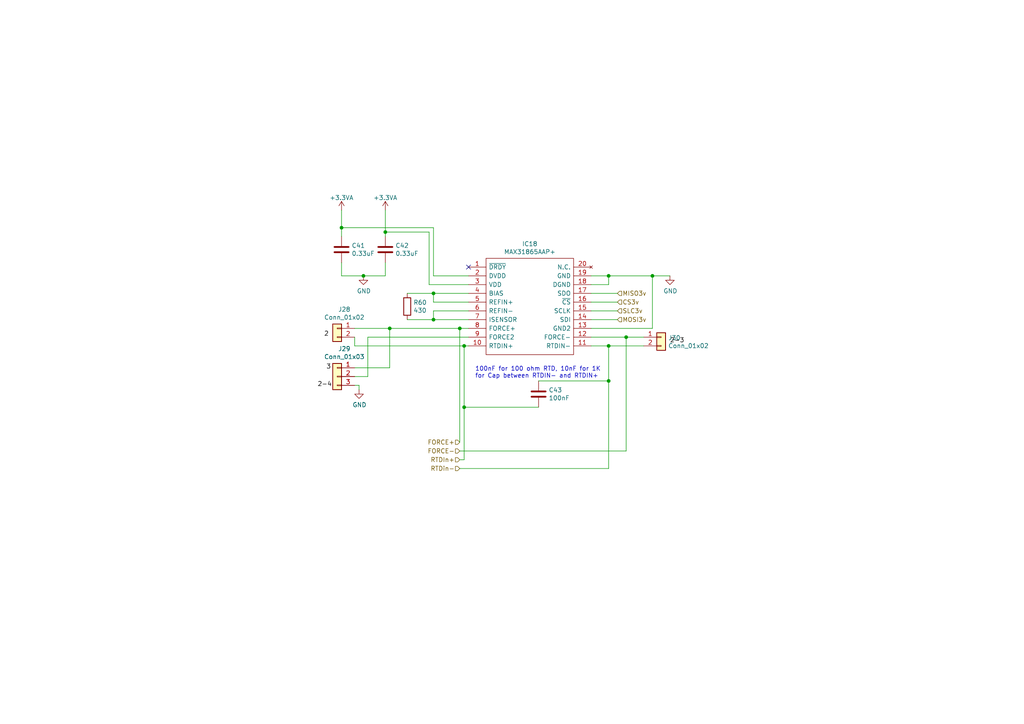
<source format=kicad_sch>
(kicad_sch (version 20211123) (generator eeschema)
  (paper "A4")
  (lib_symbols
    (symbol "Connector_Generic:Conn_01x02" (pin_names (offset 1.016) hide)
      (property "Reference" "J" (at 0 2.54 0))
      (property "Value" "Conn_01x02" (at 0 -5.08 0))
      (symbol "Conn_01x02_1_1"
        (rectangle (start -1.27 -2.413) (end 0 -2.667) (stroke (width 0.1524)))
        (rectangle (start -1.27 0.127) (end 0 -0.127) (stroke (width 0.1524)))
        (rectangle (start -1.27 1.27) (end 1.27 -3.81) (stroke (width 0.254)) (fill (type background)))
        (pin passive line (at -5.08 0 0) (length 3.81) (name "Pin_1") (number "1"))
        (pin passive line (at -5.08 -2.54 0) (length 3.81) (name "Pin_2") (number "2"))
      )
    )
    (symbol "Connector_Generic:Conn_01x03" (pin_names (offset 1.016) hide)
      (property "Reference" "J" (at 0 5.08 0))
      (property "Value" "Conn_01x03" (at 0 -5.08 0))
      (symbol "Conn_01x03_1_1"
        (rectangle (start -1.27 -2.413) (end 0 -2.667) (stroke (width 0.1524)))
        (rectangle (start -1.27 0.127) (end 0 -0.127) (stroke (width 0.1524)))
        (rectangle (start -1.27 2.667) (end 0 2.413) (stroke (width 0.1524)))
        (rectangle (start -1.27 3.81) (end 1.27 -3.81) (stroke (width 0.254)) (fill (type background)))
        (pin passive line (at -5.08 2.54 0) (length 3.81) (name "Pin_1") (number "1"))
        (pin passive line (at -5.08 0 0) (length 3.81) (name "Pin_2") (number "2"))
        (pin passive line (at -5.08 -2.54 0) (length 3.81) (name "Pin_3") (number "3"))
      )
    )
    (symbol "Device:C" (pin_numbers hide) (pin_names (offset 0.254))
      (property "Reference" "C" (at 0.635 2.54 0))
      (property "Value" "C" (at 0.635 -2.54 0))
      (symbol "C_0_1"
        (polyline (pts (xy -2.032 -0.762) (xy 2.032 -0.762)) (stroke (width 0.508)))
        (polyline (pts (xy -2.032 0.762) (xy 2.032 0.762)) (stroke (width 0.508)))
      )
      (symbol "C_1_1"
        (pin passive line (at 0 3.81 270) (length 2.794) (name "~") (number "1"))
        (pin passive line (at 0 -3.81 90) (length 2.794) (name "~") (number "2"))
      )
    )
    (symbol "Device:R" (pin_numbers hide) (pin_names (offset 0))
      (property "Reference" "R" (at 2.032 0 90))
      (property "Value" "R" (at 0 0 90))
      (symbol "R_0_1"
        (rectangle (start -1.016 -2.54) (end 1.016 2.54) (stroke (width 0.254)))
      )
      (symbol "R_1_1"
        (pin passive line (at 0 3.81 270) (length 1.27) (name "~") (number "1"))
        (pin passive line (at 0 -3.81 90) (length 1.27) (name "~") (number "2"))
      )
    )
    (symbol "SamacSys_Parts:MAX31865AAP+" (pin_names (offset 0.762))
      (property "Reference" "IC" (at 31.75 7.62 0))
      (property "Value" "SamacSys_Parts_MAX31865AAP+" (at 31.75 5.08 0))
      (symbol "MAX31865AAP+_0_0"
        (pin output line (at 0 0 0) (length 5.08) (name "~{DRDY}") (number "1"))
        (pin input line (at 0 -22.86 0) (length 5.08) (name "RTDIN+") (number "10"))
        (pin input line (at 35.56 -22.86 180) (length 5.08) (name "RTDIN-") (number "11"))
        (pin bidirectional line (at 35.56 -20.32 180) (length 5.08) (name "FORCE-") (number "12"))
        (pin power_in line (at 35.56 -17.78 180) (length 5.08) (name "GND2") (number "13"))
        (pin input line (at 35.56 -15.24 180) (length 5.08) (name "SDI") (number "14"))
        (pin input line (at 35.56 -12.7 180) (length 5.08) (name "SCLK") (number "15"))
        (pin input line (at 35.56 -10.16 180) (length 5.08) (name "~{CS}") (number "16"))
        (pin output line (at 35.56 -7.62 180) (length 5.08) (name "SDO") (number "17"))
        (pin power_in line (at 35.56 -5.08 180) (length 5.08) (name "DGND") (number "18"))
        (pin power_in line (at 35.56 -2.54 180) (length 5.08) (name "GND") (number "19"))
        (pin power_in line (at 0 -2.54 0) (length 5.08) (name "DVDD") (number "2"))
        (pin no_connect line (at 35.56 0 180) (length 5.08) (name "N.C.") (number "20"))
        (pin power_in line (at 0 -5.08 0) (length 5.08) (name "VDD") (number "3"))
        (pin output line (at 0 -7.62 0) (length 5.08) (name "BIAS") (number "4"))
        (pin input line (at 0 -10.16 0) (length 5.08) (name "REFIN+") (number "5"))
        (pin input line (at 0 -12.7 0) (length 5.08) (name "REFIN-") (number "6"))
        (pin bidirectional line (at 0 -15.24 0) (length 5.08) (name "ISENSOR") (number "7"))
        (pin bidirectional line (at 0 -17.78 0) (length 5.08) (name "FORCE+") (number "8"))
        (pin bidirectional line (at 0 -20.32 0) (length 5.08) (name "FORCE2") (number "9"))
      )
      (symbol "MAX31865AAP+_0_1"
        (polyline (pts (xy 5.08 2.54) (xy 30.48 2.54) (xy 30.48 -25.4) (xy 5.08 -25.4) (xy 5.08 2.54)) (stroke (width 0.1524)))
      )
    )
    (symbol "power:+3.3VA" (power) (pin_names (offset 0))
      (property "Value" "+3.3VA" (at 0 3.556 0))
      (symbol "+3.3VA_0_1"
        (polyline (pts (xy -0.762 1.27) (xy 0 2.54)))
        (polyline (pts (xy 0 0) (xy 0 2.54)))
        (polyline (pts (xy 0 2.54) (xy 0.762 1.27)))
      )
      (symbol "+3.3VA_1_1"
        (pin power_in line (at 0 0 90) (length 0) hide (name "+3.3VA") (number "1"))
      )
    )
    (symbol "power:GND" (power) (pin_names (offset 0))
      (property "Value" "GND" (at 0 -3.81 0))
      (symbol "GND_0_1"
        (polyline (pts (xy 0 0) (xy 0 -1.27) (xy 1.27 -1.27) (xy 0 -2.54) (xy -1.27 -1.27) (xy 0 -1.27)))
      )
      (symbol "GND_1_1"
        (pin power_in line (at 0 0 270) (length 0) hide (name "GND") (number "1"))
      )
    )
  )
  (junction (at 181.61 97.79))
  (junction (at 125.73 85.09))
  (junction (at 189.23 80.01))
  (junction (at 105.41 80.01))
  (junction (at 176.53 100.33))
  (junction (at 176.53 110.49))
  (junction (at 125.73 92.71))
  (junction (at 134.62 118.11))
  (junction (at 113.03 95.25))
  (junction (at 176.53 80.01))
  (junction (at 133.35 95.25))
  (junction (at 99.06 66.04))
  (junction (at 111.76 67.31))
  (junction (at 134.62 100.33))
  (no_connect (at 135.89 77.47))
  (wire (pts (xy 171.45 90.17) (xy 179.07 90.17)))
  (wire (pts (xy 125.73 85.09) (xy 118.11 85.09)))
  (wire (pts (xy 104.14 111.76) (xy 104.14 113.03)))
  (wire (pts (xy 171.45 100.33) (xy 176.53 100.33)))
  (wire (pts (xy 176.53 80.01) (xy 189.23 80.01)))
  (wire (pts (xy 102.87 111.76) (xy 104.14 111.76)))
  (wire (pts (xy 171.45 97.79) (xy 181.61 97.79)))
  (wire (pts (xy 171.45 80.01) (xy 176.53 80.01)))
  (wire (pts (xy 111.76 76.2) (xy 111.76 80.01)))
  (wire (pts (xy 135.89 100.33) (xy 134.62 100.33)))
  (wire (pts (xy 111.76 68.58) (xy 111.76 67.31)))
  (wire (pts (xy 113.03 95.25) (xy 133.35 95.25)))
  (wire (pts (xy 176.53 100.33) (xy 186.69 100.33)))
  (wire (pts (xy 189.23 95.25) (xy 189.23 80.01)))
  (wire (pts (xy 113.03 106.68) (xy 102.87 106.68)))
  (wire (pts (xy 133.35 128.27) (xy 133.35 95.25)))
  (wire (pts (xy 125.73 80.01) (xy 125.73 66.04)))
  (wire (pts (xy 171.45 82.55) (xy 176.53 82.55)))
  (wire (pts (xy 111.76 67.31) (xy 124.46 67.31)))
  (wire (pts (xy 135.89 97.79) (xy 106.68 97.79)))
  (wire (pts (xy 106.68 97.79) (xy 106.68 109.22)))
  (wire (pts (xy 171.45 87.63) (xy 179.07 87.63)))
  (wire (pts (xy 189.23 80.01) (xy 194.31 80.01)))
  (wire (pts (xy 181.61 130.81) (xy 181.61 97.79)))
  (wire (pts (xy 125.73 90.17) (xy 135.89 90.17)))
  (wire (pts (xy 156.21 118.11) (xy 134.62 118.11)))
  (wire (pts (xy 135.89 80.01) (xy 125.73 80.01)))
  (wire (pts (xy 135.89 85.09) (xy 125.73 85.09)))
  (wire (pts (xy 125.73 87.63) (xy 125.73 85.09)))
  (wire (pts (xy 135.89 87.63) (xy 125.73 87.63)))
  (wire (pts (xy 99.06 76.2) (xy 99.06 80.01)))
  (wire (pts (xy 125.73 92.71) (xy 118.11 92.71)))
  (wire (pts (xy 133.35 133.35) (xy 134.62 133.35)))
  (wire (pts (xy 134.62 133.35) (xy 134.62 118.11)))
  (wire (pts (xy 176.53 100.33) (xy 176.53 110.49)))
  (wire (pts (xy 124.46 82.55) (xy 135.89 82.55)))
  (wire (pts (xy 99.06 60.96) (xy 99.06 66.04)))
  (wire (pts (xy 102.87 95.25) (xy 113.03 95.25)))
  (wire (pts (xy 171.45 85.09) (xy 179.07 85.09)))
  (wire (pts (xy 135.89 92.71) (xy 125.73 92.71)))
  (wire (pts (xy 181.61 97.79) (xy 186.69 97.79)))
  (wire (pts (xy 102.87 100.33) (xy 102.87 97.79)))
  (wire (pts (xy 124.46 67.31) (xy 124.46 82.55)))
  (wire (pts (xy 125.73 90.17) (xy 125.73 92.71)))
  (wire (pts (xy 176.53 110.49) (xy 176.53 135.89)))
  (wire (pts (xy 133.35 135.89) (xy 176.53 135.89)))
  (wire (pts (xy 134.62 118.11) (xy 134.62 100.33)))
  (wire (pts (xy 134.62 100.33) (xy 102.87 100.33)))
  (wire (pts (xy 125.73 66.04) (xy 99.06 66.04)))
  (wire (pts (xy 99.06 80.01) (xy 105.41 80.01)))
  (wire (pts (xy 171.45 95.25) (xy 189.23 95.25)))
  (wire (pts (xy 133.35 95.25) (xy 135.89 95.25)))
  (wire (pts (xy 99.06 66.04) (xy 99.06 68.58)))
  (wire (pts (xy 133.35 130.81) (xy 181.61 130.81)))
  (wire (pts (xy 111.76 67.31) (xy 111.76 60.96)))
  (wire (pts (xy 156.21 110.49) (xy 176.53 110.49)))
  (wire (pts (xy 111.76 80.01) (xy 105.41 80.01)))
  (wire (pts (xy 176.53 82.55) (xy 176.53 80.01)))
  (wire (pts (xy 113.03 95.25) (xy 113.03 106.68)))
  (wire (pts (xy 106.68 109.22) (xy 102.87 109.22)))
  (wire (pts (xy 171.45 92.71) (xy 179.07 92.71)))
  (text "100nF for 100 ohm RTD, 10nF for 1K\nfor Cap between RTDIN- and RTDIN+" (at 137.795 109.855 0) (effects (font (size 1.25 1.25)) (justify left bottom)))
  (label "2-3" (at 194.31 99.695 0))
  (label "2" (at 93.98 97.79 0))
  (label "2-4" (at 92.075 112.395 0))
  (label "3" (at 94.615 107.315 0))
  (hierarchical_label "CS3v" (shape input) (at 179.07 87.63 0))
  (hierarchical_label "FORCE-" (shape input) (at 133.35 130.81 180))
  (hierarchical_label "RTDIn+" (shape input) (at 133.35 133.35 180))
  (hierarchical_label "MISO3v" (shape input) (at 179.07 85.09 0))
  (hierarchical_label "SLC3v" (shape input) (at 179.07 90.17 0))
  (hierarchical_label "FORCE+" (shape input) (at 133.35 128.27 180))
  (hierarchical_label "RTDin-" (shape input) (at 133.35 135.89 180))
  (hierarchical_label "MOSI3v" (shape input) (at 179.07 92.71 0))
  (symbol (lib_id "SamacSys_Parts:MAX31865AAP+") (at 135.89 77.47 0)
    (property "Reference" "IC18" (at 153.67 70.739 0))
    (property "Value" "MAX31865AAP+" (at 153.67 73.0504 0))
    (property "Footprint" "SamacSys_Parts:SOP65P778X199-20N" (effects hide))
    (property "Datasheet" "https://componentsearchengine.com/Datasheets/1/MAX31865AAP+.pdf" (effects hide))
    (property "Description" "Data Acquisition ADCs/DACs - Specialized RTD to Digital Converter in SSOP" (effects hide))
    (property "Height" "1.99" (effects hide))
    (property "Mouser Part Number" "700-MAX31865AAP+" (effects hide))
    (property "Mouser Price/Stock" "https://www.mouser.co.uk/ProductDetail/Maxim-Integrated/MAX31865AAP%2b?qs=PVVDbbWpW3IB0xqHe0DjLw%3D%3D" (effects hide))
    (property "Manufacturer_Name" "Maxim Integrated" (effects hide))
    (property "Manufacturer_Part_Number" "MAX31865AAP+" (effects hide))
  )
  (symbol (lib_id "power:GND") (at 194.31 80.01 0)
    (property "Reference" "#PWR0124" (effects hide))
    (property "Value" "GND" (at 194.437 84.4042 0))
  )
  (symbol (lib_id "Device:C") (at 111.76 72.39 0)
    (property "Reference" "C42" (at 114.681 71.2216 0) (effects (justify left)))
    (property "Value" "0.33uF" (at 114.681 73.533 0) (effects (justify left)))
    (property "Footprint" "Capacitor_SMD:C_0805_2012Metric_Pad1.18x1.45mm_HandSolder" (effects hide))
  )
  (symbol (lib_id "Device:C") (at 99.06 72.39 0)
    (property "Reference" "C41" (at 101.981 71.2216 0) (effects (justify left)))
    (property "Value" "0.33uF" (at 101.981 73.533 0) (effects (justify left)))
    (property "Footprint" "Capacitor_SMD:C_0805_2012Metric_Pad1.18x1.45mm_HandSolder" (effects hide))
  )
  (symbol (lib_id "power:GND") (at 105.41 80.01 0)
    (property "Reference" "#PWR0122" (effects hide))
    (property "Value" "GND" (at 105.537 84.4042 0))
  )
  (symbol (lib_id "Device:R") (at 118.11 88.9 0)
    (property "Reference" "R60" (at 119.888 87.7316 0) (effects (justify left)))
    (property "Value" "430" (at 119.888 90.043 0) (effects (justify left)))
    (property "Footprint" "Resistor_THT:R_Axial_DIN0207_L6.3mm_D2.5mm_P2.54mm_Vertical" (effects hide))
  )
  (symbol (lib_id "power:GND") (at 104.14 113.03 0)
    (property "Reference" "#PWR0121" (effects hide))
    (property "Value" "GND" (at 104.267 117.4242 0))
  )
  (symbol (lib_id "Connector_Generic:Conn_01x02") (at 97.79 95.25 0) (mirror y)
    (property "Reference" "J28" (at 99.8728 89.7382 0))
    (property "Value" "Conn_01x02" (at 99.8728 92.0496 0))
    (property "Footprint" "Connector_PinHeader_2.54mm:PinHeader_1x02_P2.54mm_Vertical" (effects hide))
  )
  (symbol (lib_id "Connector_Generic:Conn_01x03") (at 97.79 109.22 0) (mirror y)
    (property "Reference" "J29" (at 99.8728 101.1682 0))
    (property "Value" "Conn_01x03" (at 99.8728 103.4796 0))
    (property "Footprint" "Connector_PinHeader_2.54mm:PinHeader_1x03_P2.54mm_Vertical" (effects hide))
  )
  (symbol (lib_id "Connector_Generic:Conn_01x02") (at 191.77 97.79 0)
    (property "Reference" "J30" (at 193.802 97.9932 0) (effects (justify left)))
    (property "Value" "Conn_01x02" (at 193.802 100.3046 0) (effects (justify left)))
    (property "Footprint" "Connector_PinHeader_2.54mm:PinHeader_1x02_P2.54mm_Vertical" (effects hide))
  )
  (symbol (lib_id "Device:C") (at 156.21 114.3 0)
    (property "Reference" "C43" (at 159.131 113.1316 0) (effects (justify left)))
    (property "Value" "100nF" (at 159.131 115.443 0) (effects (justify left)))
    (property "Footprint" "Capacitor_THT:C_Disc_D7.5mm_W5.0mm_P10.00mm" (effects hide))
  )
  (symbol (lib_id "power:+3.3VA") (at 111.76 60.96 0)
    (property "Reference" "#PWR0134" (effects hide))
    (property "Value" "+3.3VA" (at 111.76 57.3555 0))
  )
  (symbol (lib_id "power:+3.3VA") (at 99.06 60.96 0)
    (property "Reference" "#PWR0130" (effects hide))
    (property "Value" "+3.3VA" (at 99.06 57.3555 0))
  )
)
</source>
